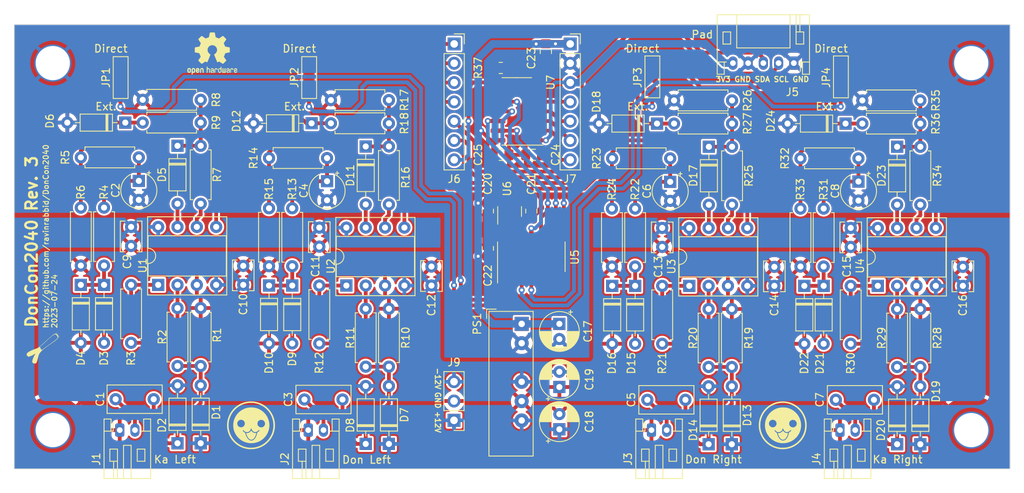
<source format=kicad_pcb>
(kicad_pcb (version 20230620) (generator pcbnew)
  (title_block (title "DonCon2040") (date "2023-07-24") (rev "3") (company "ravinrabbid") (comment 4 "AISLER Project ID: BIYYKCQX"))
  (layers (0 "F.Cu" signal) (31 "B.Cu" signal) (34 "B.Paste" user) (35 "F.Paste" user) (36 "B.SilkS" user "B.Silkscreen") (37 "F.SilkS" user "F.Silkscreen") (38 "B.Mask" user) (39 "F.Mask" user) (44 "Edge.Cuts" user))
  (net 0 "")
  (net 1 "Ka_Left_IN")
  (net 2 "Net-(D1-A)")
  (net 3 "Net-(C2-Pad1)")
  (net 4 "GND")
  (net 5 "Don_Left_IN")
  (net 6 "Net-(D7-A)")
  (net 7 "Net-(C4-Pad1)")
  (net 8 "Don_Right_IN")
  (net 9 "Net-(D13-A)")
  (net 10 "Net-(C6-Pad1)")
  (net 11 "Ka_Right_IN")
  (net 12 "Net-(D19-A)")
  (net 13 "Net-(C8-Pad1)")
  (net 14 "+12V")
  (net 15 "-12V")
  (net 16 "+5V")
  (net 17 "Net-(D3-K)")
  (net 18 "Net-(D3-A)")
  (net 19 "Net-(D5-K)")
  (net 20 "Net-(D5-A)")
  (net 21 "Net-(D6-K)")
  (net 22 "Net-(D10-K)")
  (net 23 "Net-(D9-A)")
  (net 24 "Net-(D11-K)")
  (net 25 "Net-(D11-A)")
  (net 26 "Net-(D12-K)")
  (net 27 "Net-(D15-K)")
  (net 28 "Net-(D15-A)")
  (net 29 "Net-(D17-K)")
  (net 30 "Net-(D17-A)")
  (net 31 "Net-(D18-K)")
  (net 32 "Net-(D21-K)")
  (net 33 "Net-(D21-A)")
  (net 34 "Net-(D23-K)")
  (net 35 "Net-(D23-A)")
  (net 36 "Net-(D24-K)")
  (net 37 "SCL")
  (net 38 "SDA")
  (net 39 "+3V3")
  (net 40 "Net-(U5-Vref)")
  (net 41 "Ka_Left_DIRECT")
  (net 42 "Don_Left_DIRECT")
  (net 43 "Don_Right_DIRECT")
  (net 44 "Net-(U1A--)")
  (net 45 "Net-(U1B-+)")
  (net 46 "Net-(U1B--)")
  (net 47 "Net-(U2A--)")
  (net 48 "Net-(U2B-+)")
  (net 49 "Net-(U2B--)")
  (net 50 "Net-(U3A--)")
  (net 51 "Net-(U3B-+)")
  (net 52 "Net-(U3B--)")
  (net 53 "Net-(U4A--)")
  (net 54 "Net-(U4B-+)")
  (net 55 "Net-(U4B--)")
  (net 56 "Ka_Right_DIRECT")
  (net 57 "SPI MOSI")
  (net 58 "SPI MISO")
  (net 59 "SPI SCLK")
  (net 60 "SPI nCS")
  (net 61 "Ka_Left_ADC")
  (net 62 "Don_Left_ADC")
  (net 63 "Don_Right_ADC")
  (net 64 "Ka_Right_ADC")
  (net 67 "SPI OE")
  (net 68 "Net-(U5-~{CS}{slash}SHDN)")
  (net 69 "Net-(U5-Din)")
  (net 70 "Net-(U5-Dout)")
  (net 71 "Net-(U5-CLK)")
  (footprint "Diode_THT:D_DO-35_SOD27_P7.62mm_Horizontal" (layer "F.Cu") (at 108.458 122.38 90)
    (property "Reference" "D2")
    (property "Value" "1SS133")
  )
  (footprint "Capacitor_THT:C_Rect_L7.0mm_W3.5mm_P5.00mm" (layer "F.Cu") (at 194.945 116.666)
    (property "Reference" "C7")
    (property "Value" "1nF")
  )
  (footprint "Resistor_THT:R_Axial_DIN0207_L6.3mm_D2.5mm_P7.62mm_Horizontal" (layer "F.Cu") (at 206.041 91.012 90)
    (property "Reference" "R34")
    (property "Value" "10k")
  )
  (footprint "Connector_PinSocket_2.54mm:PinSocket_1x07_P2.54mm_Vertical" (layer "F.Cu") (at 160.045 69.87)
    (property "Reference" "J7")
    (property "Value" "MCU2")
  )
  (footprint "Capacitor_THT:CP_Radial_Tantal_D4.5mm_P2.50mm" (layer "F.Cu") (at 197.913 87.964 -90)
    (property "Reference" "C8")
    (property "Value" "0.47uF")
  )
  (footprint "Resistor_THT:R_Axial_DIN0207_L6.3mm_D2.5mm_P7.62mm_Horizontal" (layer "F.Cu") (at 197.913 84.916 180)
    (property "Reference" "R32")
    (property "Value" "0")
  )
  (footprint "Diode_THT:D_DO-35_SOD27_P7.62mm_Horizontal" (layer "F.Cu") (at 181.276 122.508 90)
    (property "Reference" "D13")
    (property "Value" "1SS133")
  )
  (footprint "Resistor_THT:R_Axial_DIN0207_L6.3mm_D2.5mm_P7.62mm_Horizontal" (layer "F.Cu") (at 95.758 99.012 90)
    (property "Reference" "R6")
    (property "Value" "5.1k")
  )
  (footprint "Resistor_THT:R_Axial_DIN0207_L6.3mm_D2.5mm_P7.62mm_Horizontal" (layer "F.Cu") (at 190.293 99.14 90)
    (property "Reference" "R33")
    (property "Value" "5.1k")
  )
  (footprint "Resistor_THT:R_Axial_DIN0207_L6.3mm_D2.5mm_P7.62mm_Horizontal" (layer "F.Cu") (at 196.897 109.3 90)
    (property "Reference" "R30")
    (property "Value" "100k")
  )
  (footprint "Diode_THT:D_DO-35_SOD27_P7.62mm_Horizontal" (layer "F.Cu") (at 133.183 122.468 90)
    (property "Reference" "D8")
    (property "Value" "1SS133")
  )
  (footprint "Resistor_THT:R_Axial_DIN0207_L6.3mm_D2.5mm_P7.62mm_Horizontal" (layer "F.Cu") (at 178.228 104.728 -90)
    (property "Reference" "R20")
    (property "Value" "4.7k")
  )
  (footprint "Resistor_THT:R_Axial_DIN0207_L6.3mm_D2.5mm_P7.62mm_Horizontal" (layer "F.Cu") (at 128.611 80.304)
    (property "Reference" "R18")
    (property "Value" "300")
  )
  (footprint "Resistor_THT:R_Axial_DIN0207_L6.3mm_D2.5mm_P7.62mm_Horizontal" (layer "F.Cu") (at 102.362 109.172 90)
    (property "Reference" "R3")
    (property "Value" "100k")
  )
  (footprint "Resistor_THT:R_Axial_DIN0207_L6.3mm_D2.5mm_P7.62mm_Horizontal" (layer "F.Cu") (at 111.506 90.884 90)
    (property "Reference" "R7")
    (property "Value" "10k")
  )
  (footprint "Diode_THT:D_DO-35_SOD27_P7.62mm_Horizontal" (layer "F.Cu") (at 120.483 101.64 -90)
    (property "Reference" "D10")
    (property "Value" "BAT43")
  )
  (footprint "Converter_DCDC:Converter_DCDC_XP_POWER-IAxxxxS_THT" (layer "F.Cu") (at 153.67 106.68)
    (property "Reference" "PS1")
    (property "Value" "A0512S-1WR3")
  )
  (footprint "Capacitor_SMD:C_0805_2012Metric_Pad1.18x1.45mm_HandSolder" (layer "F.Cu") (at 149.225 96.7525 -90)
    (property "Reference" "C22")
    (property "Value" "0.1uF")
  )
  (footprint "CustomLogos:Leek-Logo_6.3mm_Silkscreen" (layer "F.Cu") (at 90.805 109.855 90)
    (property "Reference" "REF**" hide)
    (property "Value" "LOGO" hide)
  )
  (footprint "Capacitor_SMD:C_0805_2012Metric_Pad1.18x1.45mm_HandSolder" (layer "F.Cu") (at 154.94 91.8425 90)
    (property "Reference" "C21")
    (property "Value" "10uF")
  )
  (footprint "Connector_JST:JST_PH_S2B-PH-K_1x02_P2.00mm_Horizontal" (layer "F.Cu") (at 100.87 120.65)
    (property "Reference" "J1")
    (property "Value" "Ka Left")
  )
  (footprint "Resistor_THT:R_Axial_DIN0207_L6.3mm_D2.5mm_P7.62mm_Horizontal" (layer "F.Cu") (at 120.483 99.1 90)
    (property "Reference" "R15")
    (property "Value" "5.1k")
  )
  (footprint "Resistor_THT:R_Axial_DIN0207_L6.3mm_D2.5mm_P7.62mm_Horizontal" (layer "F.Cu") (at 103.886 77.216)
    (property "Reference" "R8")
    (property "Value" "1k")
  )
  (footprint "Resistor_THT:R_Axial_DIN0207_L6.3mm_D2.5mm_P7.62mm_Horizontal" (layer "F.Cu") (at 98.806 99.012 90)
    (property "Reference" "R4")
    (property "Value" "100")
  )
  (footprint "Jumper:SolderJumper-3_P2.0mm_Open_TrianglePad1.0x1.5mm_NumberLabels" (layer "F.Cu") (at 100.965 74.295 -90)
    (property "Reference" "JP1")
    (property "Value" "Ka Left")
  )
  (footprint "Package_DIP:DIP-8_W7.62mm_Socket" (layer "F.Cu") (at 200.453 101.68 90)
    (property "Reference" "U4")
    (property "Value" "TL072")
  )
  (footprint "Resistor_THT:R_Axial_DIN0207_L6.3mm_D2.5mm_P7.62mm_Horizontal" (layer "F.Cu") (at 181.276 112.348 90)
    (property "Reference" "R19")
    (property "Value" "1M")
  )
  (footprint "Connector_PinHeader_2.54mm:PinHeader_1x03_P2.54mm_Vertical" (layer "F.Cu") (at 144.78 119.365 180)
    (property "Reference" "J9")
    (property "Value" "Power 12V")
  )
  (footprint "Capacitor_SMD:C_0805_2012Metric_Pad1.18x1.45mm_HandSolder" (layer "F.Cu") (at 156.845 70.8875 90)
    (property "Reference" "C23")
    (property "Value" "10uF")
  )
  (footprint "CustomLogos:Donchan-Logo_6.3mm_Silkscreen" (layer "F.Cu") (at 118.11 120.015)
    (property "Reference" "REF02" hide)
    (property "Value" "Donchan-Logo_6.3mm_Silkscreen" hide)
  )
  (footprint "Diode_THT:D_DO-35_SOD27_P7.62mm_Horizontal" (layer "F.Cu") (at 196.215 80.344 180)
    (property "Reference" "D24")
    (property "Value" "4.3V")
  )
  (footprint "Jumper:SolderJumper-3_P2.0mm_Open_TrianglePad1.0x1.5mm_NumberLabels" (layer "F.Cu") (at 125.73 74.295 -90)
    (property "Reference" "JP2")
    (property "Value" "Don Left")
  )
  (footprint "Diode_THT:D_DO-35_SOD27_P7.62mm_Horizontal" (layer "F.Cu") (at 193.341 101.68 -90)
    (property "Reference" "D21")
    (property "Value" "BAT43")
  )
  (footprint "Resistor_THT:R_Axial_DIN0207_L6.3mm_D2.5mm_P7.62mm_Horizontal" (layer "F.Cu") (at 173.688 77.296)
    (property "Reference" "R26")
    (property "Value" "1k")
  )
  (footprint "Diode_THT:D_DO-35_SOD27_P7.62mm_Horizontal" (layer "F.Cu") (at 108.458 83.264 -90)
    (property "Reference" "D5")
    (property "Value" "1N4148")
  )
  (footprint "Diode_THT:D_DO-35_SOD27_P7.62mm_Horizontal" (layer "F.Cu") (at 178.26 83.392 -90)
    (property "Reference" "D17")
    (property "Value" "1N4148")
  )
  (footprint "Package_DIP:DIP-8_W7.62mm_Socket" (layer "F.Cu") (at 175.688 101.68 90)
    (property "Reference" "U3")
    (property "Value" "TL072")
  )
  (footprint "Resistor_THT:R_Axial_DIN0207_L6.3mm_D2.5mm_P7.62mm_Horizontal" (layer "F.Cu") (at 202.993 104.728 -90)
    (property "Reference" "R29")
    (property "Value" "4.7k")
  )
  (footprint "Capacitor_THT:CP_Radial_D5.0mm_P2.00mm" (layer "F.Cu") (at 158.623 106.68 -90)
    (property "Reference" "C17")
    (property "Value" "4.7uF")
  )
  (footprint "Diode_THT:D_DO-35_SOD27_P7.62mm_Horizontal" (layer "F.Cu") (at 171.45 80.344 180)
    (property "Reference" "D18")
    (property "Value" "4.3V")
  )
  (footprint "Resistor_THT:R_Axial_DIN0207_L6.3mm_D2.5mm_P7.62mm_Horizontal" (layer "F.Cu") (at 198.421 80.344)
    (property "Reference" "R36")
    (property "Value" "300")
  )
  (footprint "Connector_PinSocket_2.54mm:PinSocket_1x07_P2.54mm_Vertical" (layer "F.Cu") (at 144.805 69.87)
    (property "Reference" "J6")
    (property "Value" "MCU1")
  )
  (footprint "Capacitor_THT:C_Disc_D3.8mm_W2.6mm_P2.50mm" (layer "F.Cu") (at 211.629 101.68 90)
    (property "Reference" "C16")
    (property "Value" "100nF")
  )
  (footprint "Capacitor_THT:C_Disc_D3.8mm_W2.6mm_P2.50mm" (layer "F.Cu") (at 127.087 94.02 -90)
    (property "Reference" "C11")
    (property "Value" "100nF")
  )
  (footprint "Connector_JST:JST_PH_S2B-PH-K_1x02_P2.00mm_Horizontal" (layer "F.Cu") (at 195.485 120.65)
    (property "Reference" "J4")
    (property "Value" "Ka Right")
  )
  (footprint "Resistor_THT:R_Axial_DIN0207_L6.3mm_D2.5mm_P7.62mm_Horizontal" (layer "F.Cu") (at 133.183 104.688 -90)
    (property "Reference" "R11")
    (property "Value" "4.7k")
  )
  (footprint "Capacitor_THT:CP_Radial_D5.0mm_P2.00mm" (layer "F.Cu") (at 158.623 120.542 90)
    (property "Reference" "C18")
    (property "Value" "1uF")
  )
  (footprint "Diode_THT:D_DO-35_SOD27_P7.62mm_Horizontal" (layer "F.Cu") (at 126.071 80.304 180)
    (property "Reference" "D12")
    (property "Value" "4.3V")
  )
  (footprint "Resistor_THT:R_Axial_DIN0207_L6.3mm_D2.5mm_P7.62mm_Horizontal" (layer "F.Cu") (at 165.528 99.14 90)
    (property "Reference" "R24")
    (property "Value" "5.1k")
  )
  (footprint "Resistor_THT:R_Axial_DIN0207_L6.3mm_D2.5mm_P7.62mm_Horizontal" (layer "F.Cu") (at 128.611 77.256)
    (property "Reference" "R17")
    (property "Value" "1k")
  )
  (footprint "Capacitor_THT:C_Disc_D3.8mm_W2.6mm_P2.50mm" (layer "F.Cu") (at 102.362 93.932 -90)
    (property "Reference" "C9")
    (property "Value" "100nF")
  )
  (footprint "MountingHole:MountingHole_4.5mm_Pad_TopOnly" (layer "F.Cu") (at 212.725 72.39)
    (property "Reference" "H2" hide)
    (property "Value" "MountingHole_Pad")
  )
  (footprint "Diode_THT:D_DO-35_SOD27_P7.62mm_Horizontal" (layer "F.Cu") (at 165.56 101.68 -90)
    (property "Reference" "D16")
    (property "Value" "BAT43")
  )
  (footprint "Diode_THT:D_DO-35_SOD27_P7.62mm_Horizontal" (layer "F.Cu") (at 202.993 83.392 -90)
    (property "Reference" "D23")
    (property "Value" "1N4148")
  )
  (footprint "Diode_THT:D_DO-35_SOD27_P7.62mm_Horizontal" (layer "F.Cu") (at 202.993 122.508 90)
    (property "Reference" "D20")
    (property "Value" "1SS133")
  )
  (footprint "Resistor_THT:R_Axial_DIN0207_L6.3mm_D2.5mm_P7.62mm_Horizontal" (layer "F.Cu") (at 103.886 80.216)
    (property "Reference" "R9")
    (property "Value" "300")
  )
  (footprint "Capacitor_THT:CP_Radial_Tantal_D4.5mm_P2.50mm" (layer "F.Cu") (at 128.103 87.924 -90)
    (property "Reference" "C4")
    (property "Value" "0.47uF")
  )
  (footprint "Jumper:SolderJumper-3_P2.0mm_Open_TrianglePad1.0x1.5mm_NumberLabels" (layer "F.Cu") (at 195.58 74.2 -90)
    (property "Reference" "JP4")
    (property "Value" "Ka Left")
  )
  (footprint "Package_SO:SOIC-14_3.9x8.7mm_P1.27mm" (layer "F.Cu") (at 154.94 97.855 90)
    (property "Reference" "U5")
    (property "Value" "MCP3204")
  )
  (footprint "Package_TO_SOT_SMD:SOT-23" (layer "F.Cu") (at 152.085 91.9025 90)
    (property "Reference" "U6")
    (property "Value" "MCP1541-TT")
  )
  (footprint "Diode_THT:D_DO-35_SOD27_P7.62mm_Horizontal" (layer "F.Cu") (at 133.183 83.352 -90)
    (property "Reference" "D11")
    (property "Value" "1N4148")
  )
  (footprint "Diode_THT:D_DO-35_SOD27_P7.62mm_Horizontal" (layer "F.Cu") (at 136.231 122.468 90)
    (property "Reference" "D7")
    (property "Value" "1SS133")
  )
  (footprint "Resistor_THT:R_Axial_DIN0207_L6.3mm_D2.5mm_P7.62mm_Horizontal" (layer "F.Cu") (at 136.231 112.308 90)
    (property "Reference" "R10")
    (property "Value" "1M")
  )
  (footprint "Resistor_THT:R_Axial_DIN0207_L6.3mm_D2.5mm_P7.62mm_Horizontal" (layer "F.Cu") (at 127.087 109.26 90)
    (property "Reference" "R12")
    (property "Value" "100k")
  )
  (footprint "Capacitor_THT:C_Disc_D3.8mm_W2.6mm_P2.50mm" (layer "F.Cu") (at 117.094 101.552 90)
    (property "Reference" "C10")
    (property "Value" "100nF")
  )
  (footprint "Resistor_THT:R_Axial_DIN0207_L6.3mm_D2.5mm_P7.62mm_Horizontal" (layer "F.Cu") (at 168.576 99.14 90)
    (property "Reference" "R22")
    (property "Value" "100")
  )
  (footprint "Diode_THT:D_DO-35_SOD27_P7.62mm_Horizontal" (layer "F.Cu") (at 178.228 122.508 90)
    (property "Reference" "D14")
    (property "Value" "1SS133")
  )
  (footprint "Symbol:OSHW-Logo2_7.3x6mm_SilkScreen" (layer "F.Cu") (at 113.03 71.12)
    (property "Reference" "REF01" hide)
    (property "Value" "OSHW-Logo2_7.3x6mm_SilkScreen" hide)
  )
  (footprint "Capacitor_THT:C_Disc_D3.8mm_W2.6mm_P2.50mm" (layer "F.Cu") (at 172.132 94.06 -90)
    (property "Reference" "C13")
    (property "Value" "100nF")
  )
  (footprint "Diode_THT:D_DO-35_SOD27_P7.62mm_Horizontal" (layer "F.Cu") (at 101.6 80.216 180)
    (property "Reference" "D6")
    (property "Value" "4.1V")
  )
  (footprint "Resistor_THT:R_Axial_DIN0207_L6.3mm_D2.5mm_P7.62mm_Horizontal" (layer "F.Cu") (at 198.421 77.296)
    (property "Reference" "R35")
    (property "Value" "1k")
  )
  (footprint "Capacitor_SMD:C_0805_2012Metric_Pad1.18x1.45mm_HandSolder" (layer "F.Cu") (at 155.2375 84.455 180)
    (property "Reference" "C24")
    (property "Value" "0.1uF")
  )
  (footprint "Resistor_THT:R_Axial_DIN0207_L6.3mm_D2.5mm_P7.62mm_Horizontal" (layer "F.Cu") (at 172.132 109.3 90)
    (property "Reference" "R21")
    (property "Value" "100k")
  )
  (footprint "Diode_THT:D_DO-35_SOD27_P7.62mm_Horizontal" (layer "F.Cu") (at 95.758 101.552 -90)
    (property "Reference" "D4")
    (property "Value" "BAT43")
  )
  (footprint "Capacitor_THT:C_Rect_L7.0mm_W3.5mm_P5.00mm" (layer "F.Cu") (at 125.135 116.626)
    (property "Reference" "C3")
    (property "Value" "1nF")
  )
  (footprint "Resistor_THT:R_Axial_DIN0207_L6.3mm_D2.5mm_P7.62mm_Horizontal" (layer "F.Cu") (at 206.041 112.348 90)
    (property "Reference" "R28")
    (property "Value" "1M")
  )
  (footprint "Resistor_THT:R_Axial_DIN0207_L6.3mm_D2.5mm_P7.62mm_Horizontal" (layer "F.Cu") (at 123.531 99.1 90)
    (property "Reference" "R13")
    (property "Value" "100")
  )
  (footprint "Connector_JST:JST_PH_S5B-PH-K_1x05_P2.00mm_Horizontal" (layer "F.Cu") (at 189.42 72.39 180)
    (property "Reference" "J5")
    (property "Value" "Pad")
  )
  (footprint "Capacitor_THT:CP_Radial_Tantal_D4.5mm_P2.50mm" (layer "F.Cu") (at 173.18 88.004 -90)
    (property "Reference" "C6")
    (property "Value" "0.47uF")
  )
  (footprint "Connector_JST:JST_PH_S2B-PH-K_1x02_P2.00mm_Horizontal" (layer "F.Cu") (at 170.72 120.65)
    (property "Reference" "J3")
    (property "Value" "Don Right")
  )
  (footprint "Capacitor_SMD:C_0805_2012Metric_Pad1.18x1.45mm_HandSolder" (layer "F.Cu") (at 150.9625 84.455 180)
    (property "Reference" "C25")
    (property "Value" "0.1uF")
  )
  (footprint "Capacitor_THT:C_Disc_D3.8mm_W2.6mm_P2.50mm" (layer "F.Cu") (at 186.864 101.68 90)
    (property "Reference" "C14")
    (property "Value" "100nF")
  )
  (footprint "Resistor_THT:R_Axial_DIN0207_L6.3mm_D2.5mm_P7.62mm_Horizontal" (layer "F.Cu") (at 103.378 84.788 180)
    (property "Reference" "R5")
    (property "Value" "0")
  )
  (footprint "Capacitor_THT:CP_Radial_D5.0mm_P2.00mm" (layer "F.Cu") (at 158.623 114.986 90)
    (property "Reference" "C19")
    (property "Value" "1uF")
  )
  (footprint "Jumper:SolderJumper-3_P2.0mm_Open_TrianglePad1.0x1.5mm_NumberLabels" (layer "F.Cu") (at 170.815 74.2 -90)
    (property "Reference" "JP3")
    (property "Value" "Ka Left")
  )
  (footprint "Resistor_THT:R_Axial_DIN0207_L6.3mm_D2.5mm_P7.62mm_Horizontal" (layer "F.Cu") (at 128.103 84.876 180)
    (property "Reference" "R14")
    (property "Value" "0")
  )
  (footprint "Capacitor_THT:CP_Radial_Tantal_D4.5mm_P2.50mm" (layer "F.Cu") (at 103.378 87.876 -90)
    (property "Reference" "C2")
    (property "Value" "0.47uF")
  )
  (footprint "Package_SO:SOIC-14_3.9x8.7mm_P1.27mm" (layer "F.Cu") (at 153.035 78.74 180)
    (property "Reference" "U7")
    (property "Value" "TXB0104D")
  )
  (footprint "Resistor_THT:R_Axial_DIN0207_L6.3mm_D2.5mm_P7.62mm_Horizontal" (layer "F.Cu") (at 111.506 112.22 90)
    (property "Reference" "R1")
    (property "Value" "1M")
  )
  (footprint "MountingHole:MountingHole_4.5mm_Pad_TopOnly" (layer "F.Cu") (at 92.075 72.39)
    (property "Reference" "H1" hide)
    (property "Value" "MountingHole_Pad")
  )
  (footprint "Capacitor_SMD:C_0805_2012Metric_Pad1.18x1.45mm_HandSolder" (layer "F.Cu") (at 149.225 91.8425 90)
    (property "Reference" "C20")
    (property "Value" "0.1uF")
  )
  (footprint "Package_DIP:DIP-8_W7.62mm_Socket" (layer "F.Cu") (at 130.643 101.64 90)
    (property "Reference" "U2")
    (property "Value" "TL072")
  )
  (footprint "Resistor_THT:R_Axial_DIN0207_L6.3mm_D2.5mm_P7.62mm_Horizontal" (layer "F.Cu") (at 136.231 90.972 90)
    (property "Reference" "R16")
    (property "Value" "10k")
  )
  (footprint "Diode_THT:D_DO-35_SOD27_P7.62mm_Horizontal" (layer "F.Cu") (at 98.806 101.552 -90)
    (property "Reference" "D3")
    (property "Value" "BAT43")
  )
  (footprint "Connector_JST:JST_PH_S2B-PH-K_1x02_P2.00mm_Horizontal" (layer "F.Cu") (at 125.635 120.65)
    (property "Reference" "J2")
    (property "Value" "Don Left")
  )
  (footprint "Resistor_THT:R_Axial_DIN0207_L6.3mm_D2.5mm_P7.62mm_Horizontal" (layer "F.Cu") (at 173.18 84.916 180)
    (property "Reference" "R23")
    (property "Value" "0")
  )
  (footprint "Diode_THT:D_DO-35_SOD27_P7.62mm_Horizontal" (layer "F.Cu") (at 168.576 101.68 -90)
    (property "Reference" "D15")
    (property "Value" "BAT43")
  )
  (footprint "Resistor_THT:R_Axial_DIN0207_L6.3mm_D2.5mm_P7.62mm_Horizontal" (layer "F.Cu") (at 108.458 104.6 -90)
    (property "Reference" "R2")
    (property "Value" "4.7k")
  )
  (footprint "Diode_THT:D_DO-35_SOD27_P7.62mm_Horizontal" (layer "F.Cu") (at 123.531 101.64 -90)
    (property "Reference" "D9")
    (property "Value" "BAT43")
  )
  (footprint "Capacitor_THT:C_Rect_L7.0mm_W3.5mm_P5.00mm" (layer "F.Cu") (at 100.33 116.586)
    (property "Reference" "C1")
    (property "Value" "1nF")
  )
  (footprint "Capacitor_THT:C_Rect_L7.0mm_W3.5mm_P5.00mm" (layer "F.Cu") (at 170.18 116.666)
    (property "Reference" "C5")
    (property "Value" "1nF")
  )
  (footprint "Package_DIP:DIP-8_W7.62mm_Socket" (layer "F.Cu") (at 105.918 101.552 90)
    (property "Reference" "U1")
    (property "Value" "TL072")
  )
  (footprint "MountingHole:MountingHole_4.5mm_Pad_TopOnly" (layer "F.Cu") (at 92.075 120.65)
    (property "Reference" "H4" hide)
    (property "Value" "MountingHole_Pad")
  )
  (footprint "Resistor_THT:R_Axial_DIN0207_L6.3mm_D2.5mm_P7.62mm_Horizontal" (layer "F.Cu") (at 173.688 80.344)
    (property "Reference" "R27")
    (property "Value" "300")
  )
  (footprint "Capacitor_THT:C_Disc_D3.8mm_W2.6mm_P2.50mm" (layer "F.Cu") (at 141.819 101.64 90)
    (property "Reference" "C12")
    (property "Value" "100nF")
  )
  (footprint "Resistor_SMD:R_0805_2012Metric_Pad1.20x1.40mm_HandSolder" (layer "F.Cu") (at 150.925 73.025)
    (property "Reference" "R37")
    (property "Value" "10k")
  )
  (footprint "MountingHole:MountingHole_4.5mm_Pad_TopOnly" (layer "F.Cu") (at 212.725 120.65)
    (property "Reference" "H3" hide)
    (property "Value" "MountingHole_Pad")
  )
  (footprint "Diode_THT:D_DO-35_SOD27_P7.62mm_Horizontal" (layer "F.Cu") (at 190.801 101.68 -90)
    (property "Reference" "D22")
    (property "Value" "BAT43")
  )
  (footprint "Capacitor_THT:C_Disc_D3.8mm_W2.6mm_P2.50mm" (layer "F.Cu") (at 196.897 94.06 -90)
    (property "Reference" "C15")
    (property "Value" "100nF")
  )
  (footprint "Diode_THT:D_DO-35_SOD27_P7.62mm_Horizontal" (layer "F.Cu") (at 206.041 122.508 90)
    (property "Reference" "D19")
    (property "Value" "1SS133")
  )
  (footprint "Resistor_THT:R_Axial_DIN0207_L6.3mm_D2.5mm_P7.62mm_Horizontal" (layer "F.Cu") (at 181.308 91.012 90)
    (property "Reference" "R25")
    (property "Value" "10k")
  )
  (footprint "Resistor_THT:R_Axial_DIN0207_L6.3mm_D2.5mm_P7.62mm_Horizontal" (layer "F.Cu") (at 193.341 99.14 90)
    (property "Reference" "R31")
    (property "Value" "100")
  )
  (footprint "Diode_THT:D_DO-35_SOD27_P7.62mm_Horizontal" (layer "F.Cu") (at 111.506 122.38 90)
    (property "Reference" "D1")
    (property "Value" "1SS133")
  )
  (footprint "CustomLogos:Donchan-Logo_6.3mm_Silkscreen" (layer "F.Cu") (at 187.96 120.015)
    (property "Reference" "REF02" hide)
    (property "Value" "Donchan-Logo_6.3mm_Silkscreen" hide)
  )
  (gr_rect (start 87.02 67.33) (end 217.83 125.75) (stroke (width 0.1)) (fill none) (layer "Edge.Cuts"))
  (gr_text "3V3 GND SDA SCL GND" (at 179.07 74.93 0) (layer "F.SilkS") (effects (font (size 0.7 0.7)) (justify left bottom)))
  (gr_text "https://github.com/ravinrabbid/DonCon2040\n${ISSUE_DATE}" (at 92.71 107.315 90) (layer "F.SilkS") (effects (font (size 0.7 0.7) (thickness 0.125) bold) (justify left bottom)))
  (gr_text "-12V" (at 142.24 112.38 -90) (layer "F.SilkS") (effects (font (size 0.7 0.7)) (justify left bottom)))
  (gr_text "${TITLE} Rev. ${REVISION}" (at 90.17 107.315 90) (layer "F.SilkS") (effects (font (size 1.5 1.5) (thickness 0.3) bold) (justify left bottom)))
  (gr_text "+12V" (at 142.24 118.095 -90) (layer "F.SilkS") (effects (font (size 0.7 0.7)) (justify left bottom)))
  (gr_text "Ka Left" (at 105.283 125.095 0) (layer "F.SilkS") (effects (font (size 1 1)) (justify left bottom)))
  (gr_text "Don Left" (at 130.008 125.135 0) (layer "F.SilkS") (effects (font (size 1 1)) (justify left bottom)))
  (gr_text "GND" (at 142.24 115.555 -90) (layer "F.SilkS") (effects (font (size 0.7 0.7)) (justify left bottom)))
  (gr_text "Pad" (at 175.895 69.215 0) (layer "F.SilkS") (effects (font (size 1 1)) (justify left bottom)))
  (gr_text "Ka Right" (at 199.691 125.095 0) (layer "F.SilkS") (effects (font (size 1 1)) (justify left bottom)))
  (gr_text "Don Right" (at 175.049 125.095 0) (layer "F.SilkS") (effects (font (size 1 1)) (justify left bottom)))
  (segment (start 102.87 120.65) (end 102.87 119.126) (width 0.5) (layer "F.Cu") (net 1))
  (segment (start 102.87 119.126) (end 100.33 116.586) (width 0.5) (layer "F.Cu") (net 1))
  (segment (start 108.458 112.22) (end 111.506 112.22) (width 0.5) (layer "F.Cu") (net 2))
  (segment (start 107.14 122.38) (end 105.33 120.57) (width 0.5) (layer "F.Cu") (net 2))
  (segment (start 108.458 122.38) (end 107.14 122.38) (width 0.5) (layer "F.Cu") (net 2))
  (segment (start 105.33 120.57) (end 105.33 116.586) (width 0.5) (layer "F.Cu") (net 2))
  (segment (start 111.506 117.094) (end 108.458 120.142) (width 0.5) (layer "F.Cu") (net 2))
  (segment (start 108.458 120.142) (end 108.458 122.38) (width 0.5) (layer "F.Cu") (net 2))
  (segment (start 111.506 114.76) (end 111.506 112.22) (width 0.5) (layer "F.Cu") (net 2))
  (segment (start 111.506 114.76) (end 111.506 117.094) (width 0.5) (layer "F.Cu") (net 2))
  (segment (start 100.084 87.876) (end 103.378 87.876) (width 0.5) (layer "F.Cu") (net 3))
  (segment (start 103.378 84.788) (end 103.378 87.876) (width 0.5) (layer "F.Cu") (net 3))
  (segment (start 98.806 91.392) (end 98.806 89.154) (width 0.5) (layer "F.Cu") (net 3))
  (segment (start 98.806 89.154) (end 100.084 87.876) (width 0.5) (layer "F.Cu") (net 3))
  (segment (start 127.635 119.126) (end 125.135 116.626) (width 0.5) (layer "F.Cu") (net 5))
  (segment (start 127.635 120.65) (end 127.635 119.126) (width 0.5) (layer "F.Cu") (net 5))
  (segment (start 133.183 120.182) (end 136.231 117.134) (width 0.5) (layer "F.Cu") (net 6))
  (segment (start 133.183 122.468) (end 133.183 120.182) (width 0.5) (layer "F.Cu") (net 6))
  (segment (start 131.993 122.468) (end 130.135 120.61) (width 0.5) (layer "F.Cu") (net 6))
  (segment (start 136.231 114.848) (end 136.231 112.308) (width 0.5) (layer "F.Cu") (net 6))
  (segment (start 133.183 112.308) (end 136.231 112.308) (width 0.5) (layer "F.Cu") (net 6))
  (segment (start 130.135 120.61) (end 130.135 116.626) (width 0.5) (layer "F.Cu") (net 6))
  (segment (start 133.183 122.468) (end 131.993 122.468) (width 0.5) (layer "F.Cu") (net 6))
  (segment (start 136.231 117.134) (end 136.231 114.848) (width 0.5) (layer "F.Cu") (net 6))
  (segment (start 123.531 91.48) (end 123.531 89.194) (width 0.5) (layer "F.Cu") (net 7))
  (segment (start 124.801 87.924) (end 128.103 87.924) (width 0.5) (layer "F.Cu") (net 7))
  (segment (start 128.103 87.924) (end 128.103 84.876) (width 0.5) (layer "F.Cu") (net 7))
  (segment (start 123.531 89.194) (end 124.801 87.924) (width 0.5) (layer "F.Cu") (net 7))
  (segment (start 172.72 119.206) (end 172.72 120.65) (width 0.5) (layer "F.Cu") (net 8))
  (segment (start 170.18 116.666) (end 172.72 119.206) (width 0.5) (layer "F.Cu") (net 8))
  (segment (start 181.276 117.174) (end 178.228 120.222) (width 0.5) (layer "F.Cu") (net 9))
  (segment (start 178.228 112.348) (end 181.276 112.348) (width 0.5) (layer "F.Cu") (net 9))
  (segment (start 181.276 114.888) (end 181.276 117.174) (width 0.5) (layer "F.Cu") (net 9))
  (segment (start 181.276 112.348) (end 181.276 114.888) (width 0.5) (layer "F.Cu") (net 9))
  (segment (start 178.228 120.222) (end 178.228 122.508) (width 0.5) (layer "F.Cu") (net 9))
  (segment (start 177.118 122.508) (end 175.18 120.57) (width 0.5) (layer "F.Cu") (net 9))
  (segment (start 178.228 122.508) (end 177.118 122.508) (width 0.5) (layer "F.Cu") (net 9))
  (segment (start 175.18 120.57) (end 175.18 116.666) (width 0.5) (layer "F.Cu") (net 9))
  (segment (start 168.576 89.234) (end 169.806 88.004) (width 0.5) (layer "F.Cu") (net 10))
  (segment (start 173.18 84.916) (end 173.18 88.004) (width 0.5) (layer "F.Cu") (net 10))
  (segment (start 169.806 88.004) (end 173.18 88.004) (width 0.5) (layer "F.Cu") (net 10))
  (segment (start 168.576 91.52) (end 168.576 89.234) (width 0.5) (layer "F.Cu") (net 10))
  (segment (start 197.485 119.206) (end 197.485 120.65) (width 0.5) (layer "F.Cu") (net 11))
  (segment (start 194.945 116.666) (end 197.485 119.206) (width 0.5) (layer "F.Cu") (net 11))
  (segment (start 201.883 122.508) (end 202.993 122.508) (width 0.5) (layer "F.Cu") (net 12))
  (segment (start 199.945 120.57) (end 201.883 122.508) (width 0.5) (layer "F.Cu") (net 12))
  (segment (start 202.993 112.348) (end 206.041 112.348) (width 0.5) (layer "F.Cu") (net 12))
  (segment (start 206.041 117.174) (end 202.993 120.222) (width 0.5) (layer "F.Cu") (net 12))
  (segment (start 199.945 116.666) (end 199.945 120.57) (width 0.5) (layer "F.Cu") (net 12))
  (segment (start 206.041 112.348) (end 206.041 114.888) (width 0.5) (layer "F.Cu") (net 12))
  (segment (start 206.041 114.888) (end 206.041 117.174) (width 0.5) (layer "F.Cu") (net 12))
  (segment (start 202.993 120.222) (end 202.993 122.508) (width 0.5) (layer "F.Cu") (net 12))
  (segment (start 193.341 89.234) (end 194.611 87.964) (width 0.5) (layer "F.Cu") (net 13))
  (segment (start 194.611 87.964) (end 197.913 87.964) (width 0.5) (layer "F.Cu") (net 13))
  (segment (start 197.913 84.916) (end 197.913 87.964) (width 0.5) (layer "F.Cu") (net 13))
  (segment (start 193.341 91.52) (end 193.341 89.234) (width 0.5) (layer "F.Cu") (net 13))
  (segment (start 151.13 96.52) (end 151.13 95.38) (width 0.5) (layer "F.Cu") (net 16))
  (segment (start 156.845 69.85) (end 155.595 69.85) (width 1) (layer "F.Cu") (net 16))
  (segment (start 151.13 96.52) (end 149.86 97.79) (width 0.5) (layer "F.Cu") (net 16))
  (segment (start 151.135 92.08) (end 151.135 92.84) (width 0.5) (layer "F.Cu") (net 16))
  (segment (start 156.845 69.85) (end 160.025 69.85) (width 1) (layer "F.Cu") (net 16))
  (segment (start 149.86 97.79) (end 149.225 97.79) (width 0.5) (layer "F.Cu") (net 16))
  (segment (start 151.13 92.845) (end 151.135 92.84) (width 0.5) (layer "F.Cu") (net 16))
  (segment (start 149.225 90.805) (end 149.86 90.805) (width 0.5) (layer "F.Cu") (net 16))
  (segment (start 149.925 84.455) (end 149.925 83.185) (width 0.5) (layer "F.Cu") (net 16))
  (segment (start 149.225 90.805) (end 147.955 90.805) (width 0.5) (layer "F.Cu") (net 16))
  (segment (start 155.595 69.85) (end 155.575 69.87) (width 1) (layer "F.Cu") (net 16))
  (segment (start 149.225 97.79) (end 147.955 97.79) (width 0.5) (layer "F.Cu") (net 16))
  (segment (start 160.025 69.85) (end 160.045 69.87) (width 1) (layer "F.Cu") (net 16))
  (segment (start 148.3255 81.28) (end 149.5955 82.55) (width 0.5) (layer "F.Cu") (net 16))
  (segment (start 149.925 83.185) (end 150.56 82.55) (width 0.5) (layer "F.Cu") (net 16))
  (segment (start 149.5955 82.55) (end 150.56 82.55) (width 0.5) (layer "F.Cu") (net 16))
  (segment (start 149.86 90.805) (end 151.135 92.08) (width 0.5) (layer "F.Cu") (net 16))
  (via (at 155.575 69.87) (size 0.8) (drill 0.4) (layers "F.Cu" "B.Cu") (net 16))
  (via (at 147.955 97.79) (size 0.8) (drill 0.4) (layers "F.Cu" "B.Cu") (net 16))
  (via (at 148.3255 81.28) (size 0.8) (drill 0.4) (layers "F.Cu" "B.Cu") (net 16))
  (via (at 147.955 90.805) (size 0.8) (drill 0.4) (layers "F.Cu" "B.Cu") (net 16))
  (via (at 158.115 69.85) (size 0.8) (drill 0.4) (layers "F.Cu" "B.Cu") (net 16))
  (segment (start 153.67 69.87) (end 155.575 69.87) (width 1) (layer "B.Cu") (net 16))
  (segment (start 149.86 106.68) (end 153.67 106.68) (width 1) (layer "B.Cu") (net 16))
  (segment (start 147.955 104.775) (end 149.86 106.68) (width 1) (layer "B.Cu") (net 16))
  (segment (start 155.575 69.87) (end 160.045 69.87) (width 1) (layer "B.Cu") (net 16))
  (segment (start 149.84 69.87) (end 153.67 69.87) (width 1) (layer "B.Cu") (net 16))
  (segment (start 147.955 97.155) (end 147.955 97.79) (width 1) (layer "B.Cu") (net 16))
  (segment (start 153.67 106.68) (end 158.623 106.68) (width 1) (layer "B.Cu") (net 16))
  (segment (start 147.955 71.755) (end 149.84 69.87) (width 1) (layer "B.Cu") (net 16))
  (segment (start 147.955 97.79) (end 147.955 104.775) (width 1) (layer "B.Cu") (net 16))
  (segment (start 147.955 90.805) (end 147.955 71.755) (width 1) (layer "B.Cu") (net 16))
  (segment (start 147.955 90.805) (end 147.955 97.155) (width 1) (layer "B.Cu") (net 16))
  (segment (start 95.758 101.552) (end 98.806 101.552) (width 0.5) (layer "F.Cu") (net 17))
  (segment (start 98.806 99.012) (end 98.806 101.552) (width 0.5) (layer "F.Cu") (net 17))
  (segment (start 102.362 101.552) (end 102.362 103.5445) (width 0.5) (layer "F.Cu") (net 18))
  (segment (start 102.362 103.5445) (end 98.806 107.1005) (width 0.5) (layer "F.Cu") (net 18))
  (segment (start 102.362 101.552) (end 105.918 101.552) (width 0.5) (layer "F.Cu") (net 18))
  (segment (start 98.806 107.1005) (end 98.806 109.172) (width 0.5) (layer "F.Cu") (net 18))
  (segment (start 111.506 83.264) (end 111.506 80.216) (width 0.5) (layer "F.Cu") (net 19))
  (segment (start 108.458 83.264) (end 111.506 83.264) (width 0.5) (layer "F.Cu") (net 19))
  (segment (start 111.506 80.216) (end 111.506 77.216) (width 0.5) (layer "F.Cu") (net 19))
  (segment (start 108.458 90.884) (end 108.458 93.932) (width 0.5) (layer "F.Cu") (net 20))
  (segment (start 99.06 74.93) (end 99.06 78.74) (width 0.5) (layer "F.Cu") (net 21))
  (segment (start 99.06 78.74) (end 100.536 80.216) (width 0.5) (layer "F.Cu") (net 21))
  (segment (start 100.536 80.216) (end 103.886 80.216) (width 0.5) (layer "F.Cu") (net 21))
  (segment (start 99.695 74.295) (end 99.06 74.93) (width 0.5) (layer "F.Cu") (net 21))
  (segment (start 100.965 74.295) (end 99.695 74.295) (width 0.5) (layer "F.Cu") (net 21))
  (segment (start 120.483 101.64) (end 123.531 101.64) (width 0.5) (layer "F.Cu") (net 22))
  (segment (start 123.531 101.64) (end 123.531 99.1) (width 0.5) (layer "F.Cu") (net 22))
  (segment (start 123.531 107.1645) (end 123.531 109.26) (width 0.5) (layer "F.Cu") (net 23))
  (segment (start 130.643 101.64) (end 127.087 101.64) (width 0.5) (layer "F.Cu") (net 23))
  (segment (start 127.087 101.64) (end 127.087 103.6085) (width 0.5) (layer "F.Cu") (net 23))
  (segment (start 127.087 103.6085) (end 123.531 107.1645) (width 0.5) (layer "F.Cu") (net 23))
  (segment (start 136.231 80.304) (end 136.231 77.256) (width 0.5) (layer "F.Cu") (net 24))
  (segment (start 136.231 83.352) (end 136.231 80.304) (width 0.5) (layer "F.Cu") (net 24))
  (segment (start 133.183 83.352) (end 136.231 83.352) (width 0.5) (layer "F.Cu") (net 24))
  (segment (start 133.183 94.02) (end 133.183 90.972) (width 0.5) (layer "F.Cu") (net 25))
  (segment (start 123.825 78.74) (end 125.389 80.304) (width 0.5) (layer "F.Cu") (net 26))
  (segment (start 123.825 74.93) (end 123.825 78.74) (width 0.5) (layer "F.Cu") (net 26))
  (segment (start 125.389 80.304) (end 126.071 80.304) (width 0.5) (layer "F.Cu") (net 26))
  (segment (start 126.071 80.304) (end 128.611 80.304) (width 0.5) (layer "F.Cu") (net 26))
  (segment (start 124.46 74.295) (end 123.825 74.93) (width 0.5) (layer "F.Cu") (net 26))
  (segment (start 125.73 74.295) (end 124.46 74.295) (width 0.5) (layer "F.Cu") (net 26))
  (segment (start 168.576 101.68) (end 165.56 101.68) (width 0.5) (layer "F.Cu") (net 27))
  (segment (start 168.576 99.14) (end 168.576 101.68) (width 0.5) (layer "F.Cu") (net 27))
  (segment (start 175.688 101.68) (end 172.132 101.68) (width 0.5) (layer "F.Cu") (net 28))
  (segment (start 168.576 109.3) (end 168.576 107.236321) (width 0.5) (layer "F.Cu") (net 28))
  (segment (start 172.132 103.680321) (end 172.132 101.68) (width 0.5) (layer "F.Cu") (net 28))
  (segment (start 168.576 107.236321) (end 172.132 103.680321) (width 0.5) (layer "F.Cu") (net 28))
  (segment (start 181.308 77.296) (end 181.308 80.344) (width 0.5) (layer "F.Cu") (net 29))
  (segment (start 181.308 80.344) (end 181.308 83.392) (width 0.5) (layer "F.Cu") (net 29))
  (segment (start 181.308 83.392) (end 178.26 83.392) (width 0.5) (layer "F.Cu") (net 29))
  (segment (start 178.26 91.012) (end 178.26 94.028) (width 0.5) (layer "F.Cu") (net 30))
  (segment (start 178.26 94.028) (end 178.228 94.06) (width 0.5) (layer "F.Cu") (net 30))
  (segment (start 171.45 80.344) (end 173.688 80.344) (width 0.5) (layer "F.Cu") (net 31))
  (segment (start 170.815 74.2) (end 169.5925 74.2) (width 0.5) (layer "F.Cu") (net 31))
  (segment (start 169.879 80.344) (end 171.45 80.344) (width 0.5) (layer "F.Cu") (net 31))
  (segment (start 168.91 79.375) (end 169.879 80.344) (width 0.5) (layer "F.Cu") (net 31))
  (segment (start 169.5925 74.2) (end 168.91 74.8825) (width 0.5) (layer "F.Cu") (net 31))
  (segment (start 168.91 74.8825) (end 168.91 79.375) (width 0.5) (layer "F.Cu") (net 31))
  (segment (start 190.801 101.68) (end 193.341 101.68) (width 0.5) (layer "F.Cu") (net 32))
  (segment (start 193.341 101.68) (end 193.341 99.14) (width 0.5) (layer "F.Cu") (net 32))
  (segment (start 196.897 103.458) (end 193.341 107.014) (width 0.5) (layer "F.Cu") (net 33))
  (segment (start 193.341 107.014) (end 193.341 109.3) (width 0.5) (layer "F.Cu") (net 33))
  (segment (start 200.453 101.68) (end 196.897 101.68) (width 0.5) (layer "F.Cu") (net 33))
  (segment (start 196.897 101.68) (end 196.897 103.458) (width 0.5) (layer "F.Cu") (net 33))
  (segment (start 206.041 80.344) (end 206.041 83.392) (width 0.5) (layer "F.Cu") (net 34))
  (segment (start 206.041 83.392) (end 202.993 83.392) (width 0.5) (layer "F.Cu") (net 34))
  (segment (start 206.041 77.296) (end 206.041 80.344) (width 0.5) (layer "F.Cu") (net 34))
  (segment (start 202.993 91.012) (end 202.993 94.06) (width 0.5) (layer "F.Cu") (net 35))
  (segment (start 194.644 80.344) (end 193.675 79.375) (width 0.5) (layer "F.Cu") (net 36))
  (segment (start 193.675 74.93) (end 194.405 74.2) (width 0.5) (layer "F.Cu") (net 36))
  (segment (start 194.405 74.2) (end 195.58 74.2) (width 0.5) (layer "F.Cu") (net 36))
  (segment (start 198.421 80.344) (end 196.215 80.344) (width 0.5) (layer "F.Cu") (net 36))
  (segment (start 196.215 80.344) (end 194.644 80.344) (width 0.5) (layer "F.Cu") (net 36))
  (segment (start 193.675 79.375) (end 193.675 74.93) (width 0.5) (layer "F.Cu") (net 36))
  (segment (start 147.725 87.4) (end 161.30368 87.4) (width 0.5) (layer "F.Cu") (net 37))
  (segment (start 174.552342 69.33) (end 178.987342 73.765) (width 0.5) (layer "F.Cu") (net 37))
  (segment (start 146.685 86.36) (end 147.725 87.4) (width 0.5) (layer "F.Cu") (net 37))
  (segment (start 144.805 82.57) (end 146.0725 82.57) (width 0.5) (layer "F.Cu") (net 37))
  (segment (start 161.30368 87.4) (end 162.33 86.37368) (width 0.5) (layer "F.Cu") (net 37))
  (segment (start 162.33 74.95066) (end 167.95066 69.33) (width 0.5) (layer "F.Cu") (net 37))
  (segment (start 186.438125 73.765) (end 187.42 72.783125) (width 0.5) (layer "F.Cu") (net 37))
  (segment (start 167.95066 69.33) (end 174.552342 69.33) (width 0.5) (layer "F.Cu") (net 37))
  (segment (start 146.0725 82.57) (end 146.685 83.1825) (width 0.5) (layer "F.Cu") (net 37))
  (segment (start 187.42 72.783125) (end 187.42 72.39) (width 0.5) (layer "F.Cu") (net 37))
  (segment (start 178.987342 73.765) (end 186.438125 73.765) (width 0.5) (layer "F.Cu") (net 37))
  (segment (start 146.685 83.1825) (end 146.685 86.36) (width 0.5) (layer "F.Cu") (net 37))
  (segment (start 162.33 86.37368) (end 162.33 74.95066) (width 0.5) (layer "F.Cu") (net 37))
  (segment (start 161.58 74.64) (end 161.58 86.06302) (width 0.5) (layer "F.Cu") (net 38))
  (segment (start 177.298002 71.015) (end 174.863002 68.58) (width 0.5) (layer "F.Cu") (net 38))
  (segment (start 160.99302 86.65) (end 148.03566 86.65) (width 0.5) (layer "F.Cu") (net 38))
  (segment (start 161.58 86.06302) (end 160.99302 86.65) (width 0.5) (layer "F.Cu") (net 38))
  (segment (start 147.435 86.04934) (end 147.435 82.665) (width 0.5) (layer "F.Cu") (net 38))
  (segment (start 147.435 82.665) (end 144.805 80.035) (width 0.5) (layer "F.Cu") (net 38))
  (segment (start 185.42 71.755) (end 184.68 71.015) (width 0.5) (layer "F.Cu") (net 38))
  (segment (start 185.42 72.39) (end 185.42 71.755) (width 0.5) (layer "F.Cu") (net 38))
  (segment (start 167.64 68.58) (end 161.58 74.64) (width 0.5) (layer "F.Cu") (net 38))
  (segment (start 184.68 71.015) (end 177.298002 71.015) (width 0.5) (layer "F.Cu") (net 38))
  (segment (start 174.863002 68.58) (end 167.64 68.58) (width 0.5) (layer "F.Cu") (net 38))
  (segment (start 148.03566 86.65) (end 147.435 86.04934) (width 0.5) (layer "F.Cu") (net 38))
  (segment (start 144.805 80.035) (end 144.805 80.03) (width 0.5) (layer "F.Cu") (net 38))
  (segment (start 160.025 74.93) (end 160.045 74.95) (width 0.5) (layer "F.Cu") (net 39))
  (segment (start 156.275 83.315) (end 155.51 82.55) (width 0.5) (layer "F.Cu") (net 39))
  (segment (start 156.275 84.455) (end 156.275 83.315) (width 0.5) (layer "F.Cu") (net 39))
  (segment (start 156.845 82.55) (end 155.51 82.55) (width 0.5) (layer "F.Cu") (net 39))
  (via (at 156.845 82.55) (size 0.8) (drill 0.4) (layers "F.Cu" "B.Cu") (net 39))
  (segment (start 161.27 74.95) (end 160.045 74.95) (width 1) (layer "B.Cu") (net 39))
  (segment (start 157.48 75.565) (end 157.48 81.915) (width 0.5) (layer "B.Cu") (net 39))
  (segment (start 160.025 74.93) (end 158.115 74.93) (width 0.5) (layer "B.Cu") (net 39))
  (segment (start 180.34 72.39) (end 177.8 69.85) (width 1) (layer "B.Cu") (net 39))
  (segment (start 160.045 74.95) (end 160.025 74.93) (width 0.5) (layer "B.Cu") (net 39))
  (segment (start 181.42 72.39) (end 180.34 72.39) (width 1) (layer "B.Cu") (net 39))
  (segment (start 157.48 81.915) (end 156.845 82.55) (width 0.5) (layer "B.Cu") (net 39))
  (segment (start 166.37 69.85) (end 161.27 74.95) (width 1) (layer "B.Cu") (net 39))
  (segment (start 158.115 74.93) (end 157.48 75.565) (width 0.5) (layer "B.Cu") (net 39))
  (segment (start 177.8 69.85) (end 166.37 69.85) (width 1) (layer "B.Cu") (net 39))
  (segment (start 152.4 95.38) (end 152.4 94.11) (width 0.5) (layer "F.Cu") (net 40))
  (segment (start 153.035 92.075) (end 154.305 90.805) (width 0.5) (layer "F.Cu") (net 40))
  (segment (start 153.035 93.475) (end 153.035 92.84) (width 0.5) (layer "F.Cu") (net 40))
  (segment (start 152.4 94.11) (end 153.035 93.475) (width 0.5) (layer "F.Cu") (net 40))
  (segment (start 154.305 90.805) (end 154.94 90.805) (width 0.5) (layer "F.Cu") (net 40))
  (segment (start 153.035 92.84) (end 153.035 92.075) (width 0.5) (layer "F.Cu") (net 40))
  (segment (start 144.805 69.87) (end 103.39 69.87) (width 0.5) (layer "F.Cu") (net 41))
  (segment (start 103.39 69.87) (end 100.965 72.295) (width 0.5) (layer "F.Cu") (net 41))
  (segment (start 144.805 72.41) (end 143.53 72.41) (width 0.5) (layer "F.Cu") (net 42))
  (segment (start 127.405 70.62) (end 125.73 72.295) (width 0.5) (layer "F.Cu") (net 42))
  (segment (start 141.74 70.62) (end 127.405 70.62) (width 0.5) (layer "F.Cu") (net 42))
  (segment (start 143.53 72.41) (end 141.74 70.62) (width 0.5) (layer "F.Cu") (net 42))
  (segment (start 144.143255 88.9) (end 141.49 86.246745) (width 0.5) (layer "F.Cu") (net 43))
  (segment (start 141.49 76.655) (end 143.195 74.95) (width 0.5) (layer "F.Cu") (net 43))
  (segment (start 143.195 74.95) (end 144.805 74.95) (width 0.5) (layer "F.Cu") (net 43))
  (segment (start 168.89066 72.2) (end 167.12 73.97066) (width 0.5) (layer "F.Cu") (net 43))
  (segment (start 164.26 83.39) (end 164.26 86.565) (width 0.5) (layer "F.Cu") (net 43))
  (segment (start 161.925 88.9) (end 144.143255 88.9) (width 0.5) (layer "F.Cu") (net 43))
  (segment (start 141.49 86.246745) (end 141.49 76.655) (width 0.5) (layer "F.Cu") (net 43))
  (segment (start 170.815 72.2) (end 168.89066 72.2) (width 0.5) (layer "F.Cu") (net 43))
  (segment (start 167.12 73.97066) (end 167.12 80.53) (width 0.5) (layer "F.Cu") (net 43))
  (segment (start 164.26 86.565) (end 161.925 88.9) (width 0.5) (layer "F.Cu") (net 43))
  (segment (start 167.12 80.53) (end 164.26 83.39) (width 0.5) (layer "F.Cu") (net 43))
  (segment (start 105.458 109.172) (end 108.458 106.172) (width 0.5) (layer "F.Cu") (net 44))
  (segment (start 102.362 109.172) (end 105.458 109.172) (width 0.5) (layer "F.Cu") (net 44))
  (segment (start 108.458 106.172) (end 108.458 104.6) (width 0.5) (layer "F.Cu") (net 44))
  (segment (start 108.458 101.552) (end 108.458 104.6) (width 0.5) (layer "F.Cu") (net 44))
  (segment (start 113.538 89.408) (end 113.538 93.932) (width 0.5) (layer "F.Cu") (net 45))
  (segment (start 95.758 83.947) (end 97.155 82.55) (width 0.5) (layer "F.Cu") (net 45))
  (segment (start 111.76 87.63) (end 113.538 89.408) (width 0.5) (layer "F.Cu") (net 45))
  (segment (start 105.41 83.82) (end 105.41 86.36) (width 0.5) (layer "F.Cu") (net 45))
  (segment (start 106.68 87.63) (end 111.76 87.63) (width 0.5) (layer "F.Cu") (net 45))
  (segment (start 104.14 82.55) (end 105.41 83.82) (width 0.5) (layer "F.Cu") (net 45))
  (segment (start 105.41 86.36) (end 106.68 87.63) (width 0.5) (layer "F.Cu") (net 45))
  (segment (start 97.155 82.55) (end 104.14 82.55) (width 0.5) (layer "F.Cu") (net 45))
  (segment (start 95.758 91.392) (end 95.758 84.788) (width 0.5) (layer "F.Cu") (net 45))
  (segment (start 95.758 84.788) (end 95.758 83.947) (width 0.5) (layer "F.Cu") (net 45))
  (segment (start 111.506 90.884) (end 111.506 92.329) (width 0.5) (layer "F.Cu") (net 46))
  (segment (start 110.998 92.837) (end 110.998 93.932) (width 0.5) (layer "F.Cu") (net 46))
  (segment (start 111.506 92.329) (end 110.998 92.837) (width 0.5) (layer "F.Cu") (net 46))
  (segment (start 133.183 106.212) (end 133.183 104.688) (width 0.5) (layer "F.Cu") (net 47))
  (segment (start 130.135 109.26) (end 133.183 106.212) (width 0.5) (layer "F.Cu") (net 47))
  (segment (start 127.087 109.26) (end 130.135 109.26) (width 0.5) (layer "F.Cu") (net 47))
  (segment (start 133.183 101.64) (end 133.183 104.688) (width 0.5) (layer "F.Cu") (net 47))
  (segment (start 136.2075 87.63) (end 138.263 89.6855) (width 0.5) (layer "F.Cu") (net 48))
  (segment (start 138.263 89.6855) (end 138.263 94.02) (width 0.5) (layer "F.Cu") (net 48))
  (segment (start 130.175 83.82) (end 130.175 86.36) (width 0.5) (layer "F.Cu") (net 48))
  (segment (start 131.445 87.63) (end 136.2075 87.63) (width 0.5) (layer "F.Cu") (net 48))
  (segment (start 128.905 82.55) (end 130.175 83.82) (width 0.5) (layer "F.Cu") (net 48))
  (segment (start 120.483 84.876) (end 120.483 84.114) (width 0.5) (layer "F.Cu") (net 48))
  (segment (start 130.175 86.36) (end 131.445 87.63) (width 0.5) (layer "F.Cu") (net 48))
  (segment (start 120.483 84.114) (end 122.047 82.55) (width 0.5) (layer "F.Cu") (net 48))
  (segment (start 120.483 91.48) (end 120.483 84.876) (width 0.5) (layer "F.Cu") (net 48))
  (segment (start 122.047 82.55) (end 128.905 82.55) (width 0.5) (layer "F.Cu") (net 48))
  (segment (start 135.723 92.877) (end 136.231 92.369) (width 0.5) (layer "F.Cu") (net 49))
  (segment (start 136.231 92.369) (end 136.231 90.972) (width 0.5) (layer "F.Cu") (net 49))
  (segment (start 135.723 94.02) (end 135.723 92.877) (width 0.5) (layer "F.Cu") (net 49))
  (segment (start 178.228 101.68) (end 178.228 104.728) (width 0.5) (layer "F.Cu") (net 50))
  (segment (start 175.18 109.3) (end 172.132 109.3) (width 0.5) (layer "F.Cu") (net 50))
  (segment (start 178.228 106.252) (end 175.18 109.3) (width 0.5) (layer "F.Cu") (net 50))
  (segment (start 178.228 104.728) (end 178.228 106.252) (width 0.5) (layer "F.Cu") (net 50))
  (segment (start 183.308 89.328) (end 183.308 94.06) (width 0.5) (layer "F.Cu") (net 51))
  (segment (start 165.56 84.916) (end 165.56 84.138) (width 0.5) (layer "F.Cu") (net 51))
  (segment (start 181.61 87.63) (end 183.308 89.328) (width 0.5) (layer "F.Cu") (net 51))
  (segment (start 167.148 82.55) (end 173.99 82.55) (width 0.5) (layer "F.Cu") (net 51))
  (segment (start 165.528 91.52) (end 165.528 84.948) (width 0.5) (layer "F.Cu") (net 51))
  (segment (start 175.26 86.36) (end 176.53 87.63) (width 0.5) (layer "F.Cu") (net 51))
  (segment (start 165.56 84.138) (end 167.148 82.55) (width 0.5) (layer "F.Cu") (net 51))
  (segment (start 175.26 83.82) (end 175.26 86.36) (width 0.5) (layer "F.Cu") (net 51))
  (segment (start 173.99 82.55) (end 175.26 83.82) (width 0.5) (layer "F.Cu") (net 51))
  (segment (start 176.53 87.63) (end 181.61 87.63) (width 0.5) (layer "F.Cu") (net 51))
  (segment (start 165.528 84.948) (end 165.56 84.916) (width 0.5) (layer "F.Cu") (net 51))
  (segment (start 181.308 92.377) (end 180.768 92.917) (width 0.5) (layer "F.Cu") (net 52))
  (segment (start 181.308 91.012) (end 181.308 92.377) (width 0.5) (layer "F.Cu") (net 52))
  (segment (start 180.768 92.917) (end 180.768 94.06) (width 0.5) (layer "F.Cu") (net 52))
  (segment (start 202.993 104.728) (end 202.993 106.252) (width 0.5) (layer "F.Cu") (net 53))
  (segment (start 199.945 109.3) (end 196.897 109.3) (width 0.5) (layer "F.Cu") (net 53))
  (segment (start 202.993 101.68) (end 202.993 104.728) (width 0.5) (layer "F.Cu") (net 53))
  (segment (start 202.993 106.252) (end 199.945 109.3) (width 0.5) (layer "F.Cu") (net 53))
  (segment (start 208.073 89.328) (end 208.073 94.06) (width 0.5) (layer "F.Cu") (net 54))
  (segment (start 200.025 86.36) (end 201.295 87.63) (width 0.5) (layer "F.Cu") (net 54))
  (segment (start 198.755 82.55) (end 200.025 83.82) (width 0.5) (layer "F.Cu") (net 54))
  (segment (start 190.293 84.916) (end 190.293 84.154) (width 0.5) (layer "F.Cu") (net 54))
  (segment (start 190.293 91.52) (end 190.293 84.916) (width 0.5) (layer "F.Cu") (net 54))
  (segment (start 201.295 87.63) (end 206.375 87.63) (width 0.5) (layer "F.Cu") (net 54))
  (segment (start 206.375 87.63) (end 208.073 89.328) (width 0.5) (layer "F.Cu") (net 54))
  (segment (start 200.025 83.82) (end 200.025 86.36) (width 0.5) (layer "F.Cu") (net 54))
  (segment (start 191.897 82.55) (end 198.755 82.55) (width 0.5) (layer "F.Cu") (net 54))
  (segment (start 190.293 84.154) (end 191.897 82.55) (width 0.5) (layer "F.Cu") (net 54))
  (segment (start 206.041 92.409) (end 205.533 92.917) (width 0.5) (layer "F.Cu") (net 55))
  (segment (start 206.041 91.012) (end 206.041 92.409) (width 0.5) (layer "F.Cu") (net 55))
  (segment (start 205.533 92.917) (end 205.533 94.06) (width 0.5) (layer "F.Cu") (net 55))
  (segment (start 172.72 71.12) (end 168.91 71.12) (width 0.5) (layer "F.Cu") (net 56))
  (segment (start 177.165 75.565) (end 172.72 71.12) (width 0.5) (layer "F.Cu") (net 56))
  (segment (start 163.51 83.07934) (end 163.51 86.25434) (width 0.5) (layer "F.Cu") (net 56))
  (segment (start 142.24 78.74) (end 143.49 77.49) (width 0.5) (layer "F.Cu") (net 56))
  (segment (start 193.865 72.2) (end 190.5 75.565) (width 0.5) (layer "F.Cu") (net 56))
  (segment (start 166.37 80.21934) (end 163.51 83.07934) (width 0.5) (layer "F.Cu") (net 56))
  (segment (start 143.49 77.49) (end 144.805 77.49) (width 0.5) (layer "F.Cu") (net 56))
  (segment (start 168.91 71.12) (end 166.37 73.66) (width 0.5) (layer "F.Cu") (net 56))
  (segment (start 190.5 75.565) (end 177.165 75.565) (width 0.5) (layer "F.Cu") (net 56))
  (segment (start 163.51 86.25434) (end 161.61434 88.15) (width 0.5) (layer "F.Cu") (net 56))
  (segment (start 195.58 72.2) (end 193.865 72.2) (width 0.5) (layer "F.Cu") (net 56))
  (segment (start 144.453915 88.15) (end 142.24 85.936085) (width 0.5) (layer "F.Cu") (net 56))
  (segment (start 166.37 73.66) (end 166.37 80.21934) (width 0.5) (layer "F.Cu") (net 56))
  (segment (start 142.24 85.936085) (end 142.24 78.74) (width 0.5) (layer "F.Cu") (net 56))
  (segment (start 161.61434 88.15) (end 144.453915 88.15) (width 0.5) (layer "F.Cu") (net 56))
  (segment (start 155.575 77.47) (end 160.025 77.47) (width 0.5) (layer "F.Cu") (net 57))
  (segment (start 160.025 77.47) (end 160.045 77.49) (width 0.5) (layer "F.Cu") (net 57))
  (segment (start 158.77 80.03) (end 160.045 80.03) (width 0.5) (layer "F.Cu") (net 58))
  (segment (start 157.48 78.74) (end 158.77 80.03) (width 0.5) (layer "F.Cu") (net 58))
  (segment (start 155.575 78.74) (end 157.48 78.74) (width 0.5) (layer "F.Cu") (net 58))
  (segment (start 160.04 82.57) (end 160.045 82.57) (width 0.5) (layer "F.Cu") (net 59))
  (segment (start 157.48 80.01) (end 160.04 82.57) (width 0.5) (layer "F.Cu") (net 59))
  (segment (start 155.575 80.01) (end 157.48 80.01) (width 0.5) (layer "F.Cu") (net 59))
  (segment (start 158.115 81.915) (end 158.115 84.455) (width 0.5) (layer "F.Cu") (net 60))
  (segment (start 157.48 81.28) (end 158.115 81.915) (width 0.5) (layer "F.Cu") (net 60))
  (segment (start 155.575 81.28) (end 157.48 81.28) (width 0.5) (layer "F.Cu") (net 60))
  (segment (start 158.115 84.455) (end 158.77 85.11) (width 0.5) (layer "F.Cu") (net 60))
  (segment (start 158.77 85.11) (end 160.045 85.11) (width 0.5) (layer "F.Cu") (net 60))
  (segment (start 145.6795 100.965) (end 145.6795 102.707797) (width 0.5) (layer "F.Cu") (net 61))
  (segment (start 100.965 76.295) (end 100.965 78.105) (width 0.5) (layer "F.Cu") (net 61))
  (segment (start 150.70434 103.505) (end 151.13 103.07934) (width 0.5) (layer "F.Cu") (net 61))
  (segment (start 145.6795 102.707797) (end 146.476703 103.505) (width 0.5) (layer "F.Cu") (net 61))
  (segment (start 151.13 103.07934) (end 151.13 100.33) (width 0.5) (layer "F.Cu") (net 61))
  (segment (start 146.476703 103.505) (end 150.70434 103.505) (width 0.5) (layer "F.Cu") (net 61))
  (via (at 100.965 78.105) (size 0.8) (drill 0.4) (layers "F.Cu" "B.Cu") (net 61))
  (via (at 145.6795 100.965) (size 0.8) (drill 0.4) (layers "F.Cu" "B.Cu") (net 61))
  (segment (start 145.53 100.445) (end 145.53 90.49434) (width 0.5) (layer "B.Cu") (net 61))
  (segment (start 106.68 78.74) (end 101.6 78.74) (width 0.5) (layer "B.Cu") (net 61))
  (segment (start 145.6795 100.5945) (end 145.53 100.445) (width 0.5) (layer "B.Cu") (net 61))
  (segment (start 141.50033 89.535) (end 140.45 88.48467) (width 0.5) (layer "B.Cu") (net 61))
  (segment (start 138.95 74.18) (end 109.335 74.18) (width 0.5) (layer "B.Cu") (net 61))
  (segment (start 144.57066 89.535) (end 141.50033 89.535) (width 0.5) (layer "B.Cu") (net 61))
  (segment (start 140.45 88.48467) (end 140.45 75.68) (width 0.5) (layer "B.Cu") (net 61))
  (segment (start 145.6795 100.965) (end 145.6795 100.5945) (width 0.5) (layer "B.Cu") (net 61))
  (segment (start 107.95 75.565) (end 107.95 77.47) (width 0.5) (layer "B.Cu") (net 61))
  (segment (start 101.6 78.74) (end 100.965 78.105) (width 0.5) (layer "B.Cu") (net 61))
  (segment (start 107.95 77.47) (end 106.68 78.74) (width 0.5) (layer "B.Cu") (net 61))
  (segment (start 145.53 90.49434) (end 144.57066 89.535) (width 0.5) (layer "B.Cu") (net 61))
  (segment (start 109.335 74.18) (end 107.95 75.565) (width 0.5) (layer "B.Cu") (net 61))
  (segment (start 140.45 75.68) (end 138.95 74.18) (width 0.5) (layer "B.Cu") (net 61))
  (segment (start 144.78 102.868957) (end 144.78 101.602086) (width 0.5) (layer "F.Cu") (net 62))
  (segment (start 125.73 76.295) (end 125.73 78.105) (width 0.5) (layer "F.Cu") (net 62))
  (segment (start 144.78 102.868957) (end 146.166043 104.255) (width 0.5) (layer "F.Cu") (net 62))
  (segment (start 146.166043 104.255) (end 151.015 104.255) (width 0.5) (layer "F.Cu") (net 62))
  (segment (start 151.015 104.255) (end 152.4 102.87) (width 0.5) (layer "F.Cu") (net 62))
  (segment (start 152.4 102.87) (end 152.4 100.33) (width 0.5) (layer "F.Cu") (net 62))
  (via (at 125.73 78.105) (size 0.8) (drill 0.4) (layers "F.Cu" "B.Cu") (net 62))
  (via (at 144.78 101.602086) (size 0.8) (drill 0.4) (layers "F.Cu" "B.Cu") (net 62))
  (segment (start 139.7 75.99066) (end 139.7 88.79533) (width 0.5) (layer "B.Cu") (net 62))
  (segment (start 132.715 77.47) (end 132.715 75.565) (width 0.5) (layer "B.Cu") (net 62))
  (segment (start 125.73 78.105) (end 126.365 78.74) (width 0.5) (layer "B.Cu") (net 62))
  (segment (start 144.78 90.805) (end 144.78 101.602086) (width 0.5) (layer "B.Cu") (net 62))
  (segment (start 126.365 78.74) (end 131.445 78.74) (width 0.5) (layer "B.Cu") (net 62))
  (segment (start 131.445 78.74) (end 132.715 77.47) (width 0.5) (layer "B.Cu") (net 62))
  (segment (start 144.26 90.285) (end 144.78 90.805) (width 0.5) (layer "B.Cu") (net 62))
  (segment (start 138.63934 74.93) (end 139.7 75.99066) (width 0.5) (layer "B.Cu") (net 62))
  (segment (start 139.7 88.79533) (end 141.18967 90.285) (width 0.5) (layer "B.Cu") (net 62))
  (segment (start 132.715 75.565) (end 133.35 74.93) (width 0.5) (layer "B.Cu") (net 62))
  (segment (start 133.35 74.93) (end 138.63934 74.93) (width 0.5) (layer "B.Cu") (net 62))
  (segment (start 141.18967 90.285) (end 144.26 90.285) (width 0.5) (layer "B.Cu") (net 62))
  (segment (start 153.67 100.33) (end 153.67 102.235) (width 0.5) (layer "F.Cu") (net 63))
  (segment (start 170.815 76.2) (end 170.815 78.105) (width 0.5) (layer "F.Cu") (net 63))
  (via (at 153.67 102.235) (size 0.8) (drill 0.4) (layers "F.Cu" "B.Cu") (net 63))
  (via (at 170.815 78.105) (size 0.8) (drill 0.4) (layers "F.Cu" "B.Cu") (net 63))
  (segment (start 161.29 102.66066) (end 159.69566 104.255) (width 0.5) (layer "B.Cu") (net 63))
  (segment (start 163.83 88.9) (end 161.29 91.44) (width 0.5) (layer "B.Cu") (net 63))
  (segment (start 159.69566 104.255) (end 155.055 104.255) (width 0.5) (layer "B.Cu") (net 63))
  (segment (start 169.33566 78.105) (end 169.025 78.41566) (width 0.5) (layer "B.Cu") (net 63))
  (segment (start 155.055 104.255) (end 153.67 102.87) (width 0.5) (layer "B.Cu") (net 63))
  (segment (start 169.025 86.88) (end 167.005 88.9) (width 0.5) (layer "B.Cu") (net 63))
  (segment (start 153.67 102.87) (end 153.67 102.235) (width 0.5) (layer "B.Cu") (net 63))
  (segment (start 161.29 91.44) (end 161.29 102.66066) (width 0.5) (layer "B.Cu") (net 63))
  (segment (start 167.005 88.9) (end 163.83 88.9) (width 0.5) (layer "B.Cu") (net 63))
  (segment (start 169.025 78.41566) (end 169.025 86.88) (width 0.5) (layer "B.Cu") (net 63))
  (segment (start 170.815 78.105) (end 169.33566 78.105) (width 0.5) (layer "B.Cu") (net 63))
  (segment (start 195.58 76.2) (end 195.58 78.105) (width 0.5) (layer "F.Cu") (net 64))
  (segment (start 154.94 100.33) (end 154.94 102.235) (width 0.5) (layer "F.Cu") (net 64))
  (via (at 154.94 102.235) (size 0.8) (drill 0.4) (layers "F.Cu" "B.Cu") (net 64))
  (via (at 195.58 78.105) (size 0.8) (drill 0.4) (layers "F.Cu" "B.Cu") (net 64))
  (segment (start 171.45 74.93) (end 168.275 78.105) (width 0.5) (layer "B.Cu") (net 64))
  (segment (start 186.69 78.105) (end 183.515 74.93) (width 0.5) (layer "B.Cu") (net 64))
  (segment (start 155.36566 103.505) (end 154.94 103.07934) (width 0.5) (layer "B.Cu") (net 64))
  (segment (start 195.58 78.105) (end 186.69 78.105) (width 0.5) (layer "B.Cu") (net 64))
  (segment (start 160.54 102.35) (end 159.385 103.505) (width 0.5) (layer "B.Cu") (net 64))
  (segment (start 163.51934 88.15) (end 160.54 91.12934) (width 0.5) (layer "B.Cu") (net 64))
  (segment (start 166.69434 88.15) (end 163.51934 88.15) (width 0.5) (layer "B.Cu") (net 64))
  (segment (start 183.515 74.93) (end 171.45 74.93) (width 0.5) (layer "B.Cu") (net 64))
  (segment (start 160.54 91.12934) (end 160.54 102.35) (width 0.5) (layer "B.Cu") (net 64))
  (segment (start 168.275 86.56934) (end 166.69434 88.15) (width 0.5) (layer "B.Cu") (net 64))
  (segment (start 154.94 103.07934) (end 154.94 102.235) (width 0.5) (layer "B.Cu") (net 64))
  (segment (start 168.275 78.105) (end 168.275 86.56934) (width 0.5) (layer "B.Cu") (net 64))
  (segment (start 159.385 103.505) (end 155.36566 103.505) (width 0.5) (layer "B.Cu") (net 64))
  (segment (start 146.685 75.565) (end 147.32 74.93) (width 0.5) (layer "F.Cu") (net 67))
  (segment (start 146.685 80.01) (end 146.685 75.565) (width 0.5) (layer "F.Cu") (net 67))
  (segment (start 147.32 74.93) (end 150.56 74.93) (width 0.5) (layer "F.Cu") (net 67))
  (segment (start 149.925 73.025) (end 149.925 74.295) (width 0.5) (layer "F.Cu") (net 67))
  (segment (start 149.925 74.295) (end 150.56 74.93) (width 0.5) (layer "F.Cu") (net 67))
  (via (at 146.685 80.01) (size 0.8) (drill 0.4) (layers "F.Cu" "B.Cu") (net 67))
  (segment (start 146.03 85.11) (end 144.805 85.11) (width 0.5) (layer "B.Cu") (net 67))
  (segment (start 146.685 80.01) (end 146.685 84.455) (width 0.5) (layer "B.Cu") (net 67))
  (segment (start 146.685 84.455) (end 146.03 85.11) (width 0.5) (layer "B.Cu") (net 67))
  (segment (start 158.75 92.71) (end 158.75 95.38) (width 0.5) (layer "F.Cu") (net 68))
  (segment (start 153.035 81.28) (end 150.56 81.28) (width 0.5) (layer "F.Cu") (net 68))
  (segment (start 159.208506 90.805) (end 159.208506 92.251494) (width 0.5) (layer "F.Cu") (net 68))
  (segment (start 159.208506 92.251494) (end 158.75 92.71) (width 0.5) (layer "F.Cu") (net 68))
  (via (at 153.035 81.28) (size 0.8) (drill 0.4) (layers "F.Cu" "B.Cu") (net 68))
  (via (at 159.208506 90.805) (size 0.8) (drill 0.4) (layers "F.Cu" "B.Cu") (net 68))
  (segment (start 159.208506 88.723506) (end 153.035 82.55) (width 0.5) (layer "B.Cu") (net 68))
  (segment (start 153.035 82.55) (end 153.035 81.28) (width 0.5) (layer "B.Cu") (net 68))
  (segment (start 159.208506 90.805) (end 159.208506 88.723506) (width 0.5) (layer "B.Cu") (net 68))
  (segment (start 158.159003 92.030997) (end 157.48 92.71) (width 0.5) (layer "F.Cu") (net 69))
  (segment (start 153.035 77.47) (end 150.56 77.47) (width 0.5) (layer "F.Cu") (net 69))
  (segment (start 157.48 92.71) (end 157.48 95.38) (width 0.5) (layer "F.Cu") (net 69))
  (segment (start 158.159003 90.805) (end 158.159003 92.030997) (width 0.5) (layer "F.Cu") (net 69))
  (via (at 153.035 77.47) (size 0.8) (drill 0.4) (layers "F.Cu" "B.Cu") (net 69))
  (via (at 158.159003 90.805) (size 0.8) (drill 0.4) (layers "F.Cu" "B.Cu") (net 69))
  (segment (start 152.135 80.797793) (end 153.3 79.632793) (width 0.5) (layer "B.Cu") (net 69))
  (segment (start 158.159003 88.944003) (end 152.135 82.92) (width 0.5) (layer "B.Cu") (net 69))
  (segment (start 152.135 82.92) (end 152.135 80.797793) (width 0.5) (layer "B.Cu") (net 69))
  (segment (start 158.159003 90.805) (end 158.159003 88.944003) (width 0.5) (layer "B.Cu") (net 69))
  (segment (start 153.3 77.735) (end 153.035 77.47) (width 0.5) (layer "B.Cu") (net 69))
  (segment (start 153.3 79.632793) (end 153.3 77.735) (width 0.5) (layer "B.Cu") (net 69))
  (segment (start 157.1095 90.805) (end 157.1095 91.8105) (width 0.5) (layer "F.Cu") (net 70))
  (segment (start 152.4 78.74) (end 150.56 78.74) (width 0.5) (layer "F.Cu") (net 70))
  (segment (start 156.21 92.71) (end 156.21 95.38) (width 0.5) (layer "F.Cu") (net 70))
  (segment (start 157.1095 91.8105) (end 156.21 92.71) (width 0.5) (layer "F.Cu") (net 70))
  (via (at 152.4 78.74) (size 0.8) (drill 0.4) (layers "F.Cu" "B.Cu") (net 70))
  (via (at 157.1095 90.805) (size 0.8) (drill 0.4) (layers "F.Cu" "B.Cu") (net 70))
  (segment (start 157.1095 90.805) (end 157.1095 89.1645) (width 0.5) (layer "B.Cu") (net 70))
  (segment (start 151.13 83.185) (end 151.13 80.01) (width 0.5) (layer "B.Cu") (net 70))
  (segment (start 157.1095 89.1645) (end 151.13 83.185) (width 0.5) (layer "B.Cu") (net 70))
  (segment (start 151.13 80.01) (end 152.4 78.74) (width 0.5) (layer "B.Cu") (net 70))
  (segment (start 149.225 80.01) (end 150.56 80.01) (width 0.5) (layer "F.Cu") (net 71))
  (segment (start 154.94 95.38) (end 154.94 94.117) (width 0.5) (layer "F.Cu") (net 71))
  (via (at 149.225 80.01) (size 0.8) (drill 0.4) (layers "F.Cu" "B.Cu") (net 71))
  (via (at 154.94 94.117) (size 0.8) (drill 0.4) (layers "F.Cu" "B.Cu") (net 71))
  (segment (start 155.438 94.117) (end 156.21 93.345) (width 0.5) (layer "B.Cu") (net 71))
  (segment (start 156.21 93.345) (end 156.21 89.535) (width 0.5) (layer "B.Cu") (net 71))
  (segment (start 156.21 89.535) (end 149.225 82.55) (width 0.5) (layer "B.Cu") (net 71))
  (segment (start 154.94 94.117) (end 155.438 94.117) (width 0.5) (layer "B.Cu") (net 71))
  (segment (start 149.225 82.55) (end 149.225 80.01) (width 0.5) (layer "B.Cu") (net 71))
  (zone (net 4) (net_name "GND") (layer "F.Cu") (priority 2) (connect_pads (clearance 0.25)) (min_thickness 0.25) (fill yes (thermal_gap 0.5) (thermal_bridge_width 0.5))
    (polygon (pts (xy 86.995 67.31) (xy 86.995 125.73) (xy 217.805 125.73) (xy 217.805 67.31)))
  )
  (zone (net 4) (net_name "GND") (layer "B.Cu") (priority 4) (connect_pads (clearance 0.25)) (min_thickness 0.25) (fill yes (thermal_gap 0.5) (thermal_bridge_width 0.5))
    (polygon (pts (xy 86.995 67.31) (xy 86.995 92.075) (xy 143.51 92.075) (xy 143.51 111.125) (xy 162.56 111.125) (xy 162.56 92.075) (xy 217.805 92.075) (xy 217.805 67.31)))
  )
  (zone (net 14) (net_name "+12V") (layer "B.Cu") (priority 1) (connect_pads (clearance 0.5)) (min_thickness 0.25) (fill yes (thermal_gap 0.5) (thermal_bridge_width 0.5))
    (polygon (pts (xy 86.995 92.71) (xy 86.995 125.73) (xy 217.805 125.73) (xy 217.805 92.71)))
  )
  (zone (net 15) (net_name "-12V") (layer "B.Cu") (priority 2) (connect_pads (clearance 0.5)) (min_thickness 0.25) (fill yes (thermal_gap 0.5) (thermal_bridge_width 0.5) (smoothing fillet) (radius 1))
    (polygon (pts (xy 214.63 116.84) (xy 214.63 97.155) (xy 90.17 97.155) (xy 90.17 116.84)))
  )
)
</source>
